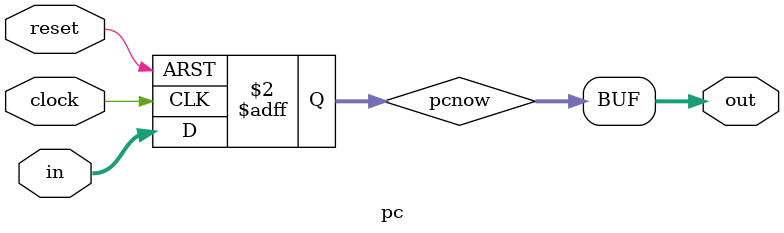
<source format=v>
module pc(clock, reset, in, out);
	input clock, reset;
	input [29:0] in;

	output [29:0] out;

	reg [29:0] pcnow;


	assign out = pcnow;


	always@(posedge clock, posedge reset)
	begin
		if (reset) pcnow <= 30'h00000c00;
		else pcnow <= in;
	end

endmodule

</source>
